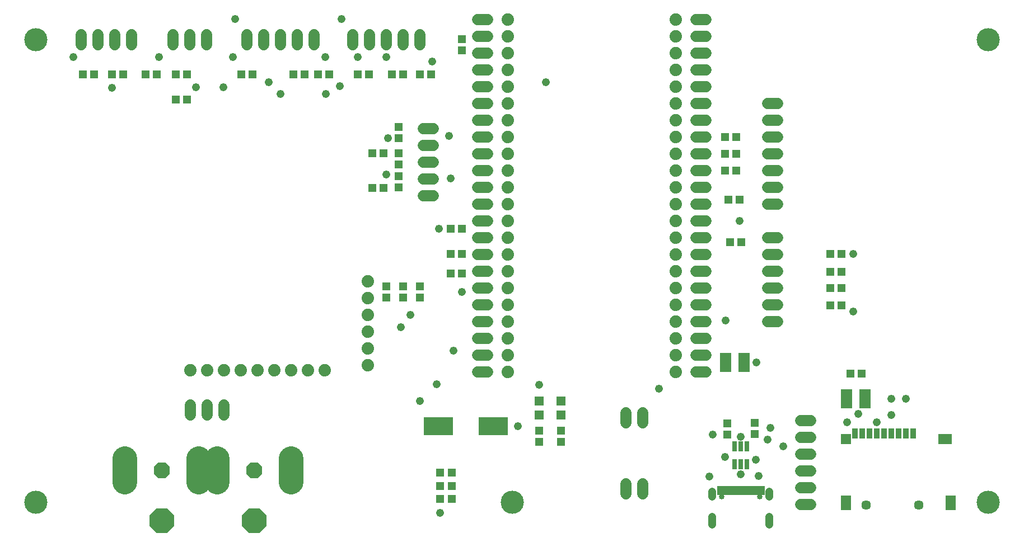
<source format=gts>
G75*
%MOIN*%
%OFA0B0*%
%FSLAX24Y24*%
%IPPOS*%
%LPD*%
%AMOC8*
5,1,8,0,0,1.08239X$1,22.5*
%
%ADD10C,0.0740*%
%ADD11C,0.1379*%
%ADD12R,0.0474X0.0513*%
%ADD13R,0.0513X0.0474*%
%ADD14R,0.1773X0.1064*%
%ADD15R,0.0710X0.1143*%
%ADD16C,0.0680*%
%ADD17C,0.0674*%
%ADD18OC8,0.0966*%
%ADD19C,0.1464*%
%ADD20OC8,0.1464*%
%ADD21R,0.0552X0.0552*%
%ADD22R,0.0320X0.0530*%
%ADD23R,0.0200X0.0530*%
%ADD24C,0.0470*%
%ADD25C,0.0316*%
%ADD26C,0.0336*%
%ADD27R,0.0297X0.0611*%
%ADD28R,0.0631X0.0867*%
%ADD29R,0.0584X0.0631*%
%ADD30R,0.0848X0.0631*%
%ADD31R,0.0356X0.0631*%
%ADD32C,0.0572*%
%ADD33C,0.0476*%
D10*
X012476Y020693D03*
X013476Y020693D03*
X014476Y020693D03*
X015476Y020693D03*
X016476Y020693D03*
X017476Y020693D03*
X018476Y020693D03*
X019476Y020693D03*
X020476Y020693D03*
X023035Y020988D03*
X023035Y021988D03*
X023035Y022988D03*
X023035Y023988D03*
X023035Y024988D03*
X023035Y025988D03*
X031376Y025602D03*
X031376Y024602D03*
X031376Y023602D03*
X031376Y022602D03*
X031376Y021602D03*
X031376Y020602D03*
X031376Y026602D03*
X031376Y027602D03*
X031376Y028602D03*
X031376Y029602D03*
X031376Y030602D03*
X031376Y031602D03*
X031376Y032602D03*
X031376Y033602D03*
X031376Y034602D03*
X031376Y035602D03*
X031376Y036602D03*
X031376Y037602D03*
X031376Y038602D03*
X031376Y039602D03*
X031376Y040602D03*
X031376Y041602D03*
X041376Y041602D03*
X041376Y040602D03*
X041376Y039602D03*
X041376Y038602D03*
X041376Y037602D03*
X041376Y036602D03*
X041376Y035602D03*
X041376Y034602D03*
X041376Y033602D03*
X041376Y032602D03*
X041376Y031602D03*
X041376Y030602D03*
X041376Y029602D03*
X041376Y028602D03*
X041376Y027602D03*
X041376Y026602D03*
X041376Y025602D03*
X041376Y024602D03*
X041376Y023602D03*
X041376Y022602D03*
X041376Y021602D03*
X041376Y020602D03*
D11*
X031622Y012821D03*
X059968Y012821D03*
X059968Y040380D03*
X003275Y040380D03*
X003275Y012821D03*
D12*
X024126Y025017D03*
X024126Y025687D03*
X025126Y025687D03*
X025126Y025017D03*
X026126Y025017D03*
X026126Y025687D03*
X027961Y027612D03*
X028630Y027612D03*
X028630Y029122D03*
X027961Y029122D03*
X023980Y031561D03*
X023311Y031561D03*
X023311Y033608D03*
X023980Y033608D03*
X024876Y034517D03*
X024876Y035187D03*
X012263Y036836D03*
X011594Y036836D03*
X010460Y038332D03*
X009791Y038332D03*
X008460Y038332D03*
X007791Y038332D03*
X044291Y034602D03*
X044960Y034602D03*
X044960Y033602D03*
X044291Y033602D03*
X044291Y032602D03*
X044960Y032602D03*
X050578Y027622D03*
X051248Y027622D03*
X051248Y026572D03*
X050578Y026572D03*
X050578Y025582D03*
X051248Y025582D03*
X051248Y024572D03*
X050578Y024572D03*
D13*
X045270Y028312D03*
X044601Y028312D03*
X044491Y030852D03*
X045160Y030852D03*
X051759Y020486D03*
X052429Y020486D03*
X046056Y017557D03*
X046056Y016887D03*
X044446Y016857D03*
X044446Y017527D03*
X034535Y017092D03*
X033236Y017092D03*
X033236Y016423D03*
X034535Y016423D03*
X028019Y014592D03*
X027350Y014592D03*
X027350Y013805D03*
X028019Y013805D03*
X028019Y013017D03*
X027350Y013017D03*
X027961Y026472D03*
X028630Y026472D03*
X024876Y031577D03*
X024876Y032247D03*
X024876Y032957D03*
X024876Y033627D03*
X025130Y038332D03*
X024460Y038332D03*
X023110Y038332D03*
X022441Y038332D03*
X020740Y038332D03*
X020071Y038332D03*
X019257Y038332D03*
X018588Y038332D03*
X016170Y038332D03*
X015501Y038332D03*
X012263Y038332D03*
X011594Y038332D03*
X006720Y038332D03*
X006051Y038332D03*
X026139Y038332D03*
X026808Y038332D03*
X028626Y039767D03*
X028626Y040437D03*
D14*
X027242Y017352D03*
X030509Y017352D03*
D15*
X044324Y021152D03*
X045427Y021152D03*
X051543Y018994D03*
X052645Y018994D03*
D16*
X049396Y017702D02*
X048796Y017702D01*
X048796Y016702D02*
X049396Y016702D01*
X049396Y015702D02*
X048796Y015702D01*
X048796Y014702D02*
X049396Y014702D01*
X049396Y013702D02*
X048796Y013702D01*
X048796Y012702D02*
X049396Y012702D01*
X039416Y013332D02*
X039416Y013932D01*
X038416Y013932D02*
X038416Y013332D01*
X038416Y017552D02*
X038416Y018152D01*
X039416Y018152D02*
X039416Y017552D01*
X046826Y023602D02*
X047426Y023602D01*
X047426Y024602D02*
X046826Y024602D01*
X046826Y025602D02*
X047426Y025602D01*
X047426Y026602D02*
X046826Y026602D01*
X046826Y027602D02*
X047426Y027602D01*
X047426Y028602D02*
X046826Y028602D01*
X046826Y030602D02*
X047426Y030602D01*
X047426Y031602D02*
X046826Y031602D01*
X046826Y032602D02*
X047426Y032602D01*
X047426Y033602D02*
X046826Y033602D01*
X046826Y034602D02*
X047426Y034602D01*
X047426Y035602D02*
X046826Y035602D01*
X046826Y036602D02*
X047426Y036602D01*
X026918Y035101D02*
X026318Y035101D01*
X026318Y034101D02*
X026918Y034101D01*
X026918Y033101D02*
X026318Y033101D01*
X026318Y032101D02*
X026918Y032101D01*
X026918Y031101D02*
X026318Y031101D01*
X026133Y040080D02*
X026133Y040680D01*
X025133Y040680D02*
X025133Y040080D01*
X024133Y040080D02*
X024133Y040680D01*
X023133Y040680D02*
X023133Y040080D01*
X022133Y040080D02*
X022133Y040680D01*
X019834Y040680D02*
X019834Y040080D01*
X018834Y040080D02*
X018834Y040680D01*
X017834Y040680D02*
X017834Y040080D01*
X016834Y040080D02*
X016834Y040680D01*
X015834Y040680D02*
X015834Y040080D01*
X013441Y040080D02*
X013441Y040680D01*
X012441Y040680D02*
X012441Y040080D01*
X011441Y040080D02*
X011441Y040680D01*
X008980Y040680D02*
X008980Y040080D01*
X007980Y040080D02*
X007980Y040680D01*
X006980Y040680D02*
X006980Y040080D01*
X005980Y040080D02*
X005980Y040680D01*
X012472Y018632D02*
X012472Y018032D01*
X013472Y018032D02*
X013472Y018632D01*
X014472Y018632D02*
X014472Y018032D01*
D17*
X029579Y020602D02*
X030172Y020602D01*
X030172Y021602D02*
X029579Y021602D01*
X029579Y022602D02*
X030172Y022602D01*
X030172Y023602D02*
X029579Y023602D01*
X029579Y024602D02*
X030172Y024602D01*
X030172Y025602D02*
X029579Y025602D01*
X029579Y026602D02*
X030172Y026602D01*
X030172Y027602D02*
X029579Y027602D01*
X029579Y028602D02*
X030172Y028602D01*
X030172Y029602D02*
X029579Y029602D01*
X029579Y030602D02*
X030172Y030602D01*
X030172Y031602D02*
X029579Y031602D01*
X029579Y032602D02*
X030172Y032602D01*
X030172Y033602D02*
X029579Y033602D01*
X029579Y034602D02*
X030172Y034602D01*
X030172Y035602D02*
X029579Y035602D01*
X029579Y036602D02*
X030172Y036602D01*
X030172Y037602D02*
X029579Y037602D01*
X029579Y038602D02*
X030172Y038602D01*
X030172Y039602D02*
X029579Y039602D01*
X029579Y040602D02*
X030172Y040602D01*
X030172Y041602D02*
X029579Y041602D01*
X042579Y041602D02*
X043172Y041602D01*
X043172Y040602D02*
X042579Y040602D01*
X042579Y039602D02*
X043172Y039602D01*
X043172Y038602D02*
X042579Y038602D01*
X042579Y037602D02*
X043172Y037602D01*
X043172Y036602D02*
X042579Y036602D01*
X042579Y035602D02*
X043172Y035602D01*
X043172Y034602D02*
X042579Y034602D01*
X042579Y033602D02*
X043172Y033602D01*
X043172Y032602D02*
X042579Y032602D01*
X042579Y031602D02*
X043172Y031602D01*
X043172Y030602D02*
X042579Y030602D01*
X042579Y029602D02*
X043172Y029602D01*
X043172Y028602D02*
X042579Y028602D01*
X042579Y027602D02*
X043172Y027602D01*
X043172Y026602D02*
X042579Y026602D01*
X042579Y025602D02*
X043172Y025602D01*
X043172Y024602D02*
X042579Y024602D01*
X042579Y023602D02*
X043172Y023602D01*
X043172Y022602D02*
X042579Y022602D01*
X042579Y021602D02*
X043172Y021602D01*
X043172Y020602D02*
X042579Y020602D01*
D18*
X016267Y014726D03*
X010756Y014726D03*
D19*
X012956Y015418D02*
X012956Y014034D01*
X014067Y014034D02*
X014067Y015418D01*
X018467Y015418D02*
X018467Y014034D01*
X008556Y014034D02*
X008556Y015418D01*
D20*
X010756Y011726D03*
X016267Y011726D03*
D21*
X033236Y018017D03*
X034535Y018017D03*
X034535Y018844D03*
X033236Y018844D03*
D22*
X043984Y013530D03*
X044299Y013530D03*
X046189Y013530D03*
X046504Y013530D03*
D23*
X045933Y013530D03*
X045736Y013530D03*
X045539Y013530D03*
X045342Y013530D03*
X045145Y013530D03*
X044948Y013530D03*
X044752Y013530D03*
X044555Y013530D03*
D24*
X043543Y013464D02*
X043543Y013144D01*
X043543Y011969D02*
X043543Y011489D01*
X046944Y011489D02*
X046944Y011969D01*
X046944Y013144D02*
X046944Y013464D01*
X046944Y013144D01*
D25*
X046944Y013150D03*
X046944Y013460D03*
X046944Y011960D03*
X046944Y011490D03*
X043543Y011491D03*
X043543Y011960D03*
X043543Y013150D03*
X043543Y013460D03*
D26*
X044106Y013150D03*
X046381Y013150D03*
D27*
X045610Y015081D03*
X045236Y015081D03*
X044862Y015081D03*
X044862Y016163D03*
X045236Y016163D03*
X045610Y016163D03*
D28*
X051515Y012801D03*
X057736Y012801D03*
D29*
X051492Y016580D03*
D30*
X057391Y016580D03*
D31*
X055492Y016923D03*
X055059Y016923D03*
X054626Y016923D03*
X054193Y016923D03*
X053759Y016923D03*
X053326Y016923D03*
X052893Y016923D03*
X052460Y016923D03*
X052027Y016923D03*
D32*
X052696Y012643D03*
X055846Y012643D03*
D33*
X053336Y017582D03*
X054186Y018022D03*
X054187Y018992D03*
X055058Y018992D03*
X052246Y018082D03*
X051556Y017582D03*
X047775Y016159D03*
X046826Y016558D03*
X046991Y017256D03*
X045226Y016732D03*
X043575Y016859D03*
X044286Y015532D03*
X045236Y014502D03*
X046316Y014402D03*
X046126Y015352D03*
X043356Y014352D03*
X040376Y019602D03*
X046166Y021152D03*
X044324Y023658D03*
X051936Y024176D03*
X051936Y027609D03*
X045156Y029592D03*
X033626Y037852D03*
X027856Y034642D03*
X024236Y034532D03*
X024126Y032352D03*
X027976Y032122D03*
X027266Y029122D03*
X028626Y025352D03*
X025576Y024002D03*
X025006Y023252D03*
X028126Y021852D03*
X027126Y019842D03*
X026126Y018852D03*
X031956Y017342D03*
X033236Y019832D03*
X027346Y012182D03*
X020526Y037142D03*
X021356Y037622D03*
X020506Y039352D03*
X020496Y039352D03*
X022426Y039352D03*
X024126Y039352D03*
X026876Y039102D03*
X021456Y041622D03*
X017126Y037852D03*
X017836Y037142D03*
X014437Y037541D03*
X012816Y037542D03*
X015016Y039352D03*
X015126Y041622D03*
X010596Y039352D03*
X007796Y037528D03*
X005503Y039352D03*
M02*

</source>
